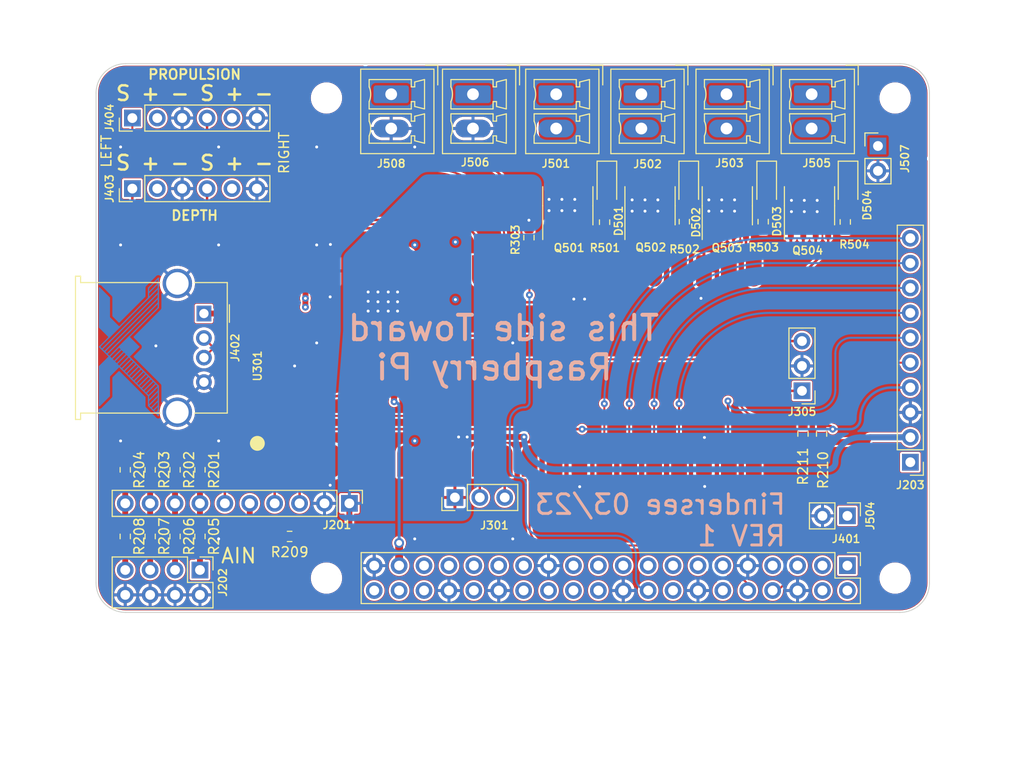
<source format=kicad_pcb>
(kicad_pcb (version 20211014) (generator pcbnew)
  (layers (0 "F.Cu" signal) (1 "In1.Cu" signal) (2 "In2.Cu" signal) (31 "B.Cu" signal) (34 "B.Paste" user) (35 "F.Paste" user) (36 "B.SilkS" user "B.Silkscreen") (37 "F.SilkS" user "F.Silkscreen") (38 "B.Mask" user) (39 "F.Mask" user) (44 "Edge.Cuts" user))
  (net 0 "")
  (net 1 "GND")
  (net 2 "VDD")
  (net 3 "/Sensors/SCL")
  (net 4 "/MCU/PWM_1")
  (net 5 "/MCU/PWM_2")
  (net 6 "Net-(J201-Pad5)")
  (net 7 "/MCU/ADS_RDY")
  (net 8 "/Sensors/A0")
  (net 9 "/Sensors/A1")
  (net 10 "/Sensors/A2")
  (net 11 "/Sensors/A3")
  (net 12 "/MCU/PWM_3")
  (net 13 "/MCU/PWM_4")
  (net 16 "/Sensors/SDA")
  (net 17 "/Connectors/RPI_TXD")
  (net 20 "/Connectors/RPI_RXD")
  (net 21 "/Connectors/RESET")
  (net 22 "/Connectors/DL")
  (net 23 "/Connectors/DR")
  (net 24 "/Connectors/PL")
  (net 25 "/Connectors/PR")
  (net 26 "/MCU/SWCLK")
  (net 27 "/MCU/SWDIO")
  (net 28 "/Connectors/BOOT_SEL")
  (net 30 "/MCU/GYRO_INT")
  (net 31 "/MCU/GYRO_RDY")
  (net 32 "/MCU/LSM_INT1")
  (net 33 "/MCU/LSM_INT2")
  (net 34 "/MCU/LSM_DRDY")
  (net 35 "Net-(J301-Pad2)")
  (net 36 "Net-(J301-Pad3)")
  (net 37 "VBUS")
  (net 40 "+5V")
  (net 65 "/Connectors/USB -")
  (net 66 "/Connectors/USB +")
  (net 70 "Net-(J202-Pad1)")
  (net 71 "Net-(J202-Pad3)")
  (net 72 "Net-(J202-Pad5)")
  (net 73 "Net-(J202-Pad7)")
  (net 74 "+VSW")
  (net 75 "Net-(D501-Pad1)")
  (net 76 "Net-(D502-Pad1)")
  (net 77 "Net-(D503-Pad1)")
  (net 78 "Net-(D504-Pad1)")
  (footprint "Resistor_SMD:R_0603_1608Metric" (layer "F.Cu") (at 119.366667 107.675 90)
    (fp_text reference "R501")
    (fp_text value "R_Small")
  )
  (footprint "Connector_PinHeader_2.54mm:PinHeader_1x10_P2.54mm_Vertical" (layer "F.Cu") (at 150.55 132.175 180)
    (fp_text reference "J203")
    (fp_text value "GYRO")
  )
  (footprint "Connector_Phoenix_MC:PhoenixContact_MCV_1,5_2-G-3.5_1x02_P3.50mm_Vertical" (layer "F.Cu") (at 123.11375 94.6175 -90)
    (fp_text reference "J502")
    (fp_text value "OUT2")
  )
  (footprint "Connector_PinHeader_2.54mm:PinHeader_2x20_P2.54mm_Vertical" (layer "F.Cu") (at 144.13 142.73 -90)
    (fp_text reference "J401")
    (fp_text value "RPI Header")
  )
  (footprint "Connector_USB:USB_A_Molex_67643_Horizontal" (layer "F.Cu") (at 78.5 117 -90)
    (fp_text reference "J402")
    (fp_text value "USB_A")
  )
  (footprint "Connector_PinHeader_2.54mm:PinHeader_1x06_P2.54mm_Vertical" (layer "F.Cu") (at 71.2 104.25 90)
    (fp_text reference "J403")
    (fp_text value "DEPTH")
  )
  (footprint "Resistor_SMD:R_0603_1608Metric" (layer "F.Cu") (at 141.5 129.29 -90)
    (fp_text reference "R210")
    (fp_text value "4k7")
  )
  (footprint "Package_SO:SOIC-8_3.9x4.9mm_P1.27mm" (layer "F.Cu") (at 124 106 90)
    (fp_text reference "Q502")
    (fp_text value "IRF7403")
  )
  (footprint "Diode_SMD:D_SOD-123" (layer "F.Cu") (at 135.9 103.7 -90)
    (fp_text reference "D503")
    (fp_text value "MBR0550")
  )
  (footprint "Diode_SMD:D_SOD-123" (layer "F.Cu") (at 127.95 103.7 -90)
    (fp_text reference "D502")
    (fp_text value "MBR0550")
  )
  (footprint "Package_SO:SOIC-8_3.9x4.9mm_P1.27mm" (layer "F.Cu") (at 115.616667 106 90)
    (fp_text reference "Q501")
    (fp_text value "IRF7403")
  )
  (footprint "Connector_PinHeader_2.54mm:PinHeader_1x02_P2.54mm_Vertical" (layer "F.Cu") (at 144.13 137.65 -90)
    (fp_text reference "J504")
    (fp_text value "5V IN")
  )
  (footprint "MountingHole:MountingHole_2.7mm_M2.5" (layer "F.Cu") (at 149 95)
    (fp_text reference "H402" hide)
    (fp_text value "MountingHole" hide)
  )
  (footprint "Resistor_SMD:R_0603_1608Metric" (layer "F.Cu") (at 111.65 109.25 -90)
    (fp_text reference "R303")
    (fp_text value "10k")
  )
  (footprint "MountingHole:MountingHole_2.7mm_M2.5" (layer "F.Cu") (at 91 144)
    (fp_text reference "H404" hide)
    (fp_text value "MountingHole" hide)
  )
  (footprint "Package_SO:SOIC-8_3.9x4.9mm_P1.27mm" (layer "F.Cu") (at 140.266667 106 90)
    (fp_text reference "Q504")
    (fp_text value "IRF7403")
  )
  (footprint "Resistor_SMD:R_0603_1608Metric" (layer "F.Cu") (at 70.475 132.95 -90)
    (fp_text reference "R204")
    (fp_text value "20k")
  )
  (footprint "Diode_SMD:D_SOD-123" (layer "F.Cu") (at 119.6 103.7 -90)
    (fp_text reference "D501")
    (fp_text value "MBR0550")
  )
  (footprint "Resistor_SMD:R_0603_1608Metric" (layer "F.Cu") (at 78.095 139.75 -90)
    (fp_text reference "R205")
    (fp_text value "10k")
  )
  (footprint "Connector_Phoenix_MC:PhoenixContact_MCV_1,5_2-G-3.5_1x02_P3.50mm_Vertical" (layer "F.Cu") (at 97.6 94.6175 -90)
    (fp_text reference "J508")
    (fp_text value "PWR OUT2")
  )
  (footprint "Resistor_SMD:R_0603_1608Metric" (layer "F.Cu") (at 75.555 139.75 -90)
    (fp_text reference "R206")
    (fp_text value "10k")
  )
  (footprint "Connector_Phoenix_MC:PhoenixContact_MCV_1,5_2-G-3.5_1x02_P3.50mm_Vertical" (layer "F.Cu") (at 131.799375 94.6175 -90)
    (fp_text reference "J503")
    (fp_text value "OUT3")
  )
  (footprint "Resistor_SMD:R_0603_1608Metric" (layer "F.Cu") (at 139.6 129.29 -90)
    (fp_text reference "R211")
    (fp_text value "4k7")
  )
  (footprint "Resistor_SMD:R_0603_1608Metric" (layer "F.Cu") (at 73.015 139.75 -90)
    (fp_text reference "R207")
    (fp_text value "10k")
  )
  (footprint "Resistor_SMD:R_0603_1608Metric" (layer "F.Cu") (at 78.095 132.95 -90)
    (fp_text reference "R201")
    (fp_text value "20k")
  )
  (footprint "Package_SO:SOIC-8_3.9x4.9mm_P1.27mm" (layer "F.Cu") (at 131.883333 106 90)
    (fp_text reference "Q503")
    (fp_text value "IRF7403")
  )
  (footprint "Resistor_SMD:R_0603_1608Metric" (layer "F.Cu") (at 87.24 139.75)
    (fp_text reference "R209")
    (fp_text value "4k7")
  )
  (footprint "Resistor_SMD:R_0603_1608Metric" (layer "F.Cu") (at 73.015 132.95 -90)
    (fp_text reference "R203")
    (fp_text value "20k")
  )
  (footprint "Connector_PinHeader_2.54mm:PinHeader_1x06_P2.54mm_Vertical" (layer "F.Cu") (at 71.2 97.05 90)
    (fp_text reference "J404")
    (fp_text value "PROPULSION")
  )
  (footprint "Connector_Phoenix_MC:PhoenixContact_MCV_1,5_2-G-3.5_1x02_P3.50mm_Vertical" (layer "F.Cu") (at 105.9425 94.6175 -90)
    (fp_text reference "J506")
    (fp_text value "PWR IN")
  )
  (footprint "Connector_PinHeader_2.54mm:PinHeader_2x04_P2.54mm_Vertical" (layer "F.Cu") (at 78.095 143.175 -90)
    (fp_text reference "J202")
    (fp_text value "ANALOG INPUT")
  )
  (footprint "Resistor_SMD:R_0603_1608Metric" (layer "F.Cu") (at 75.555 132.95 -90)
    (fp_text reference "R202")
    (fp_text value "20k")
  )
  (footprint "Diode_SMD:D_SOD-123" (layer "F.Cu") (at 144.2 103.7 -90)
    (fp_text reference "D504")
    (fp_text value "MBR0550")
  )
  (footprint "Connector_Phoenix_MC:PhoenixContact_MCV_1,5_2-G-3.5_1x02_P3.50mm_Vertical" (layer "F.Cu") (at 140.485 94.6175 -90)
    (fp_text reference "J505")
    (fp_text value "OUT4")
  )
  (footprint "MountingHole:MountingHole_2.7mm_M2.5" (layer "F.Cu") (at 91 95)
    (fp_text reference "H401" hide)
    (fp_text value "MountingHole" hide)
  )
  (footprint "Connector_PinHeader_2.54mm:PinHeader_1x03_P2.54mm_Vertical" (layer "F.Cu") (at 104.1 135.775 90)
    (fp_text reference "J301")
    (fp_text value "PWM_OUT")
  )
  (footprint "Resistor_SMD:R_0603_1608Metric" (layer "F.Cu") (at 127.5 107.625 90)
    (fp_text reference "R502")
    (fp_text value "R_Small")
  )
  (footprint "MountingHole:MountingHole_2.7mm_M2.5" (layer "F.Cu") (at 149 144)
    (fp_text reference "H403" hide)
    (fp_text value "MountingHole" hide)
  )
  (footprint "Connector_PinHeader_2.54mm:PinHeader_1x10_P2.54mm_Vertical" (layer "F.Cu") (at 93.335 136.375 -90)
    (fp_text reference "J201")
    (fp_text value "ADS1115")
  )
  (footprint "Connector_PinHeader_2.54mm:PinHeader_1x02_P2.54mm_Vertical" (layer "F.Cu") (at 147.25 99.9)
    (fp_text reference "J507")
    (fp_text value "PWR OUT")
  )
  (footprint "Resistor_SMD:R_0603_1608Metric" (layer "F.Cu") (at 143.916667 107.65 90)
    (fp_text reference "R504")
    (fp_text value "R_Small")
  )
  (footprint "Connector_Phoenix_MC:PhoenixContact_MCV_1,5_2-G-3.5_1x02_P3.50mm_Vertical" (layer "F.Cu") (at 114.428125 94.6175 -90)
    (fp_text reference "J501")
    (fp_text value "OUT1")
  )
  (footprint "Findersee_parts:RP_PICO" (layer "F.Cu") (at 110.45 122.35)
    (fp_text reference "U301")
    (fp_text value "Rpi_Pico")
  )
  (footprint "Connector_PinHeader_2.54mm:PinHeader_1x03_P2.54mm_Vertical" (layer "F.Cu") (at 139.5 124.89 180)
    (fp_text reference "J305")
    (fp_text value "SWD_EXT")
  )
  (footprint "Resistor_SMD:R_0603_1608Metric" (layer "F.Cu") (at 70.475 139.75 -90)
    (fp_text reference "R208")
    (fp_text value "10k")
  )
  (footprint "Resistor_SMD:R_0603_1608Metric" (layer "F.Cu") (at 135.541667 107.625 90)
    (fp_text reference "R503")
    (fp_text value "R_Small")
  )
  (footprint "Findersee_parts:Logo" (layer "B.Cu") (at 69.85 120.4 90)
    (fp_text reference "REF**" hide)
    (fp_text value "Logo")
  )
  (gr_line (start 67.5 94.5) (end 67.5 144.5) (layer "Edge.Cuts") (width 0.1))
  (gr_line (start 152.5 144.5) (end 152.499998 94.5) (layer "Edge.Cuts") (width 0.1))
  (gr_arc (start 70.5 147.5) (mid 68.37868 146.62132) (end 67.5 144.5) (layer "Edge.Cuts") (width 0.1))
  (gr_line (start 70.5 147.5) (end 149.5 147.5) (layer "Edge.Cuts") (width 0.1))
  (gr_arc (start 67.5 94.5) (mid 68.37868 92.37868) (end 70.5 91.5) (layer "Edge.Cuts") (width 0.1))
  (gr_arc (start 149.5 91.5) (mid 151.621319 92.37868) (end 152.499998 94.5) (layer "Edge.Cuts") (width 0.1))
  (gr_line (start 149.5 91.5) (end 70.5 91.5) (layer "Edge.Cuts") (width 0.1))
  (gr_arc (start 152.5 144.5) (mid 151.62132 146.62132) (end 149.5 147.5) (layer "Edge.Cuts") (width 0.1))
  (gr_text "Findersee 03/23\nREV 1" (at 138 138.1) (layer "B.SilkS") (effects (font (size 2 2) (thickness 0.3)) (justify left mirror)))
  (gr_text "This side Toward \nRaspberry Pi" (at 108.1 120.5) (layer "B.SilkS") (effects (font (size 2.5 2.5) (thickness 0.4)) (justify mirror)))
  (gr_text "LEFT" (at 68.55 100.425 90) (layer "F.SilkS") (effects (font (size 1 1))))
  (gr_text "RIGHT" (at 86.675 100.6 90) (layer "F.SilkS") (effects (font (size 1 1))))
  (gr_text "DEPTH" (at 77.55 107) (layer "F.SilkS") (effects (font (size 1 1) (thickness 0.2))))
  (gr_text "AIN" (at 82.05 141.725) (layer "F.SilkS") (effects (font (size 1.5 1.5) (thickness 0.2))))
  (gr_text "PROPULSION\n" (at 77.55 92.6) (layer "F.SilkS") (effects (font (size 1 1) (thickness 0.2))))
  (gr_text "S + - S + -" (at 77.55 94.525) (layer "F.SilkS") (effects (font (size 1.5 1.5) (thickness 0.25))))
  (gr_text "S + - S + -" (at 77.55 101.625) (layer "F.SilkS") (effects (font (size 1.5 1.5) (thickness 0.25))))
  (via (at 115.0125 106.5) (size 0.7) (drill 0.3) (layers "F.Cu" "B.Cu") (net 1))
  (via (at 110 120) (size 0.7) (drill 0.3) (layers "F.Cu" "B.Cu") (net 1))
  (via (at 80 130) (size 0.7) (drill 0.3) (layers "F.Cu" "B.Cu") (net 1))
  (via (at 116.225 115.525) (size 0.7) (drill 0.3) (layers "F.Cu" "B.Cu") (net 1))
  (via (at 139.7375 105.45) (size 0.7) (drill 0.3) (layers "F.Cu" "B.Cu") (net 1))
  (via (at 87.75 122.35) (size 0.7) (drill 0.3) (layers "F.Cu" "B.Cu") (net 1))
  (via (at 123.4875 105.4) (size 0.7) (drill 0.3) (layers "F.Cu" "B.Cu") (net 1))
  (via (at 124.8 106.55) (size 0.7) (drill 0.3) (layers "F.Cu" "B.Cu") (net 1))
  (via (at 138.425 105.45) (size 0.7) (drill 0.3) (layers "F.Cu" "B.Cu") (net 1))
  (via (at 73.6 120.3) (size 0.7) (drill 0.3) (layers "F.Cu" "B.Cu") (net 1))
  (via (at 123.4875 106.55) (size 0.7) (drill 0.3) (layers "F.Cu" "B.Cu") (net 1))
  (via (at 90 100) (size 0.7) (drill 0.3) (layers "F.Cu" "B.Cu") (net 1))
  (via (at 132.625 105.4) (size 0.7) (drill 0.3) (layers "F.Cu" "B.Cu") (net 1))
  (via (at 113.7 106.5) (size 0.7) (drill 0.3) (layers "F.Cu" "B.Cu") (net 1))
  (via (at 116.325 105.35) (size 0.7) (drill 0.3) (layers "F.Cu" "B.Cu") (net 1))
  (via (at 129.575 134.65) (size 0.7) (drill 0.3) (layers "F.Cu" "B.Cu") (net 1))
  (via (at 100 130) (size 0.7) (drill 0.3) (layers "F.Cu" "B.Cu") (net 1))
  (via (at 100 100) (size 0.7) (drill 0.3) (layers "F.Cu" "B.Cu") (net 1))
  (via (at 139.7375 106.6) (size 0.7) (drill 0.3) (layers "F.Cu" "B.Cu") (net 1))
  (via (at 115.0125 105.35) (size 0.7) (drill 0.3) (layers "F.Cu" "B.Cu") (net 1))
  (via (at 100 140) (size 0.7) (drill 0.3) (layers "F.Cu" "B.Cu") (net 1))
  (via (at 91.375 115.3) (size 0.7) (drill 0.3) (layers "F.Cu" "B.Cu") (net 1))
  (via (at 122.175 106.55) (size 0.7) (drill 0.3) (layers "F.Cu" "B.Cu") (net 1))
  (via (at 132.625 106.55) (size 0.7) (drill 0.3) (layers "F.Cu" "B.Cu") (net 1))
  (via (at 130 106.55) (size 0.7) (drill 0.3) (layers "F.Cu" "B.Cu") (net 1))
  (via (at 141.05 105.45) (size 0.7) (drill 0.3) (layers "F.Cu" "B.Cu") (net 1))
  (via (at 91.375 134.525) (size 0.7) (drill 0.3) (layers "F.Cu" "B.Cu") (net 1))
  (via (at 129.55 129.65) (size 0.7) (drill 0.3) (layers "F.Cu" "B.Cu") (net 1))
  (via (at 91.4 109.95) (size 0.7) (drill 0.3) (layers "F.Cu" "B.Cu") (net 1))
  (via (at 117.325 115.525) (size 0.7) (drill 0.3) (layers "F.Cu" "B.Cu") (net 1))
  (via (at 110 140) (size 0.7) (drill 0.3) (layers "F.Cu" "B.Cu") (net 1))
  (via (at 130 105.4) (size 0.7) (drill 0.3) (layers "F.Cu" "B.Cu") (net 1))
  (via (at 116.325 106.5) (size 0.7) (drill 0.3) (layers "F.Cu" "B.Cu") (net 1))
  (via (at 70 130) (size 0.7) (drill 0.3) (layers "F.Cu" "B.Cu") (net 1))
  (via (at 90 120) (size 0.7) (drill 0.3) (layers "F.Cu" "B.Cu") (net 1))
  (via (at 104.15 109.7) (size 0.7) (drill 0.3) (layers "F.Cu" "B.Cu") (net 1))
  (via (at 122.175 105.4) (size 0.7) (drill 0.3) (layers "F.Cu" "B.Cu") (net 1))
  (via (at 124.8 105.4) (size 0.7) (drill 0.3) (layers "F.Cu" "B.Cu") (net 1))
  (via (at 100 110) (size 0.7) (drill 0.3) (layers "F.Cu" "B.Cu") (net 1))
  (via (at 141.05 106.6) (size 0.7) (drill 0.3) (layers "F.Cu" "B.Cu") (net 1))
  (via (at 131.3125 105.4) (size 0.7) (drill 0.3) (layers "F.Cu" "B.Cu") (net 1))
  (via (at 113.7 105.35) (size 0.7) (drill 0.3) (layers "F.Cu" "B.Cu") (net 1))
  (via (at 138.425 106.6) (size 0.7) (drill 0.3) (layers "F.Cu" "B.Cu") (net 1))
  (via (at 129.2 115.45) (size 0.7) (drill 0.3) (layers "F.Cu" "B.Cu") (net 1))
  (via (at 80 110) (size 0.7) (drill 0.3) (layers "F.Cu" "B.Cu") (net 1))
  (via (at 90 110) (size 0.7) (drill 0.3) (layers "F.Cu" "B.Cu") (net 1))
  (via (at 116.825 134.675) (size 0.7) (drill 0.3) (layers "F.Cu" "B.Cu") (net 1))
  (via (at 80 140) (size 0.7) (drill 0.3) (layers "F.Cu" "B.Cu") (net 1))
  (via (at 80 100) (size 0.7) (drill 0.3) (layers "F.Cu" "B.Cu") (net 1))
  (via (at 70 110) (size 0.7) (drill 0.3) (layers "F.Cu" "B.Cu") (net 1))
  (via (at 104.15 115.575) (size 0.7) (drill 0.3) (layers "F.Cu" "B.Cu") (net 1))
  (via (at 70 100) (size 0.7) (drill 0.3) (layers "F.Cu" "B.Cu") (net 1))
  (via (at 131.3125 106.55) (size 0.7) (drill 0.3) (layers "F.Cu" "B.Cu") (net 1))
  (segment (start 146.465 129.635) (end 150.55 129.635) (width 0.6) (layer "F.Cu") (net 2))
  (segment (start 88.065 139.75) (end 92.15 139.75) (width 0.6) (layer "F.Cu") (net 2))
  (segment (start 111.65 108.425) (end 111.65 107.475) (width 0.6) (layer "F.Cu") (net 2))
  (segment (start 93.335 138.565) (end 93.335 136.575) (width 0.6) (layer "F.Cu") (net 2))
  (segment (start 105.35 129.6) (end 104.475 129.6) (width 0.6) (layer "F.Cu") (net 2))
  (segment (start 111.15 129.6) (end 105.35 129.6) (width 0.6) (layer "F.Cu") (net 2))
  (segment (start 141.5 130.115) (end 145.985 130.115) (width 0.6) (layer "F.Cu") (net 2))
  (segment (start 139.6 130.115) (end 141.5 130.115) (width 0.6) (layer "F.Cu") (net 2))
  (via (at 97.3 115.8) (size 0.7) (drill 0.3) (layers "F.Cu" "B.Cu") (net 2))
  (via (at 111.65 107.475) (size 0.7) (drill 0.3) (layers "F.Cu" "B.Cu") (net 2))
  (via (at 96.25 114.8) (size 0.7) (drill 0.3) (layers "F.Cu" "B.Cu") (net 2))
  (via (at 96.25 116.75) (size 0.7) (drill 0.3) (layers "F.Cu" "B.Cu") (net 2))
  (via (at 98.25 116.75) (size 0.7) (drill 0.3) (layers "F.Cu" "B.Cu") (net 2))
  (via (at 98.25 114.8) (size 0.7) (drill 0.3) (layers "F.Cu" "B.Cu") (net 2))
  (via (at 97.3 116.75) (size 0.7) (drill 0.3) (layers "F.Cu" "B.Cu") (net 2))
  (via (at 95.25 115.75) (size 0.7) (drill 0.3) (layers "F.Cu" "B.Cu") (net 2))
  (via (at 96.25 115.8) (size 0.7) (drill 0.3) (layers "F.Cu" "B.Cu") (net 2))
  (via (at 104.475 129.6) (size 0.7) (drill 0.3) (layers "F.Cu" "B.Cu") (net 2))
  (via (at 105.35 129.6) (size 0.7) (drill 0.3) (layers "F.Cu" "B.Cu") (net 2))
  (via (at 95.25 116.75) (size 0.7) (drill 0.3) (layers "F.Cu" "B.Cu") (net 2))
  (via (at 98.25 115.8) (size 0.7) (drill 0.3) (layers "F.Cu" "B.Cu") (net 2))
  (via (at 97.3 114.8) (size 0.7) (drill 0.3) (layers "F.Cu" "B.Cu") (net 2))
  (via (at 95.25 114.8) (size 0.7) (drill 0.3) (layers "F.Cu" "B.Cu") (net 2))
  (via (at 111.15 129.6) (size 0.7) (drill 0.3) (layers "F.Cu" "B.Cu") (net 2))
  (arc (start 146.225 129.875) (mid 146.295294 129.705294) (end 146.465 129.635) (width 0.6) (layer "F.Cu") (net 2))
  (arc (start 92.15 139.75) (mid 92.987922 139.402922) (end 93.335 138.565) (width 0.6) (layer "F.Cu") (net 2))
  (arc (start 145.985 130.115) (mid 146.154706 130.044706) (end 146.225 129.875) (width 0.6) (layer "F.Cu") (net 2))
  (segment (start 114.45 132.9) (end 142.17 132.9) (width 0.6) (layer "B.Cu") (net 2))
  (segment (start 150.55 129.635) (end 145.435 129.635) (width 0.6) (layer "B.Cu") (net 2))
  (arc (start 114.45 132.9) (mid 112.116548 131.933452) (end 111.15 129.6) (width 0.6) (layer "B.Cu") (net 2))
  (arc (start 142.92 132.15) (mid 142.70033 132.68033) (end 142.17 132.9) (width 0.6) (layer "B.Cu") (net 2))
  (arc (start 145.435 129.635) (mid 143.656626 130.371626) (end 142.92 132.15) (width 0.6) (layer "B.Cu") (net 2))
  (segment (start 142.295 128.465) (end 141.5 128.465) (width 0.25) (layer "F.Cu") (net 3))
  (segment (start 88.86 132.05) (end 88.86 129.84) (width 0.25) (layer "F.Cu") (net 3))
  (segment (start 88.26 134.99) (end 88.86 134.39) (width 0.25) (layer "F.Cu") (net 3))
  (segment (start 89.9 128.8) (end 117.075 128.8) (width 0.25) (layer "F.Cu") (net 3))
  (segment (start 88.86 134.39) (end 88.86 132.05) (width 0.25) (layer "F.Cu") (net 3))
  (segment (start 88.26 136.6) (end 88.26 134.99) (width 0.25) (layer "F.Cu") (net 3))
  (via (at 117.075 128.8) (size 0.7) (drill 0.3) (layers "F.Cu" "B.Cu") (net 3))
  (via (at 142.63 128.8) (size 0.7) (drill 0.3) (layers "F.Cu" "B.Cu") (net 3))
  (arc (start 88.86 129.84) (mid 89.164609 129.104609) (end 89.9 128.8) (width 0.25) (layer "F.Cu") (net 3))
  (arc (start 142.63 128.8) (mid 142.531881 128.563119) (end 142.295 128.465) (width 0.25) (layer "F.Cu") (net 3))
  (segment (start 144.4 128.8) (end 142.63 128.8) (width 0.25) (layer "B.Cu") (net 3))
  (segment (start 117.075 128.8) (end 142.63 128.8) (width 0.25) (layer "B.Cu") (net 3))
  (segment (start 150.55 124.555) (end 148.645 124.555) (width 0.25) (layer "B.Cu") (net 3))
  (arc (start 145.45 127.75) (mid 145.142462 128.492462) (end 144.4 128.8) (width 0.25) (layer "B.Cu") (net 3))
  (arc (start 148.645 124.555) (mid 146.385794 125.490794) (end 145.45 127.75) (width 0.25) (layer "B.Cu") (net 3))
  (segment (start 124.42 112.65) (end 124.42 110.82) (width 0.25) (layer "F.Cu") (net 4))
  (segment (start 119.366667 109.566667) (end 119.366667 108.5) (width 0.25) (layer "F.Cu") (net 4))
  (segment (start 119.366667 108.5) (end 117.546667 108.5) (width 0.25) (layer "F.Cu") (net 4))
  (segment (start 123.9 110.3) (end 120.1 110.3) (width 0.25) (layer "F.Cu") (net 4))
  (segment (start 124.42 110.82) (end 123.9 110.3) (width 0.25) (layer "F.Cu") (net 4))
  (segment (start 120.1 110.3) (end 119.366667 109.566667) (width 0.25) (layer "F.Cu") (net 4))
  (segment (start 117.546667 108.5) (end 117.521667 108.475) (width 0.25) (layer "F.Cu") (net 4))
  (segment (start 125.93 108.45) (end 125.905 108.475) (width 0.25) (layer "F.Cu") (net 5))
  (segment (start 127.716667 108.45) (end 125.93 108.45) (width 0.25) (layer "F.Cu") (net 5))
  (segment (start 126.96 110.473334) (end 127.716667 109.716667) (width 0.25) (layer "F.Cu") (net 5))
  (segment (start 126.96 112.65) (end 126.96 110.473334) (width 0.25) (layer "F.Cu") (net 5))
  (segment (start 127.716667 108.45) (end 127.716667 109.716667) (width 0.25) (layer "F.Cu") (net 5))
  (segment (start 83.175 138.225) (end 83.175 136.575) (width 0.25) (layer "F.Cu") (net 6))
  (segment (start 86.415 139.75) (end 84.7 139.75) (width 0.6) (layer "F.Cu") (net 6))
  (segment (start 83.175 138.225) (end 83.175 136.375) (width 0.6) (layer "F.Cu") (net 6))
  (segment (start 86.73 139.75) (end 84.7 139.75) (width 0.25) (layer "F.Cu") (net 6))
  (arc (start 84.7 139.75) (mid 83.621662 139.303338) (end 83.175 138.225) (width 0.6) (layer "F.Cu") (net 6))
  (segment (start 89.19 125.45) (end 91.71 125.45) (width 0.25) (layer "F.Cu") (net 7))
  (segment (start 97.89 119.27) (end 115.62 119.27) (width 0.25) (layer "F.Cu") (net 7))
  (segment (start 80.635 136.575) (end 80.635 134.005) (width 0.25) (layer "F.Cu") (net 7))
  (segment (start 119.34 115.55) (end 119.34 112.65) (width 0.25) (layer "F.Cu") (net 7))
  (arc (start 115.62 119.27) (mid 118.250437 118.180437) (end 119.34 115.55) (width 0.25) (layer "F.Cu") (net 7))
  (arc (start 80.635 134.005) (mid 83.140701 127.955701) (end 89.19 125.45) (width 0.25) (layer "F.Cu") (net 7))
  (arc (start 91.71 125.45) (mid 93.463625 124.723625) (end 94.19 122.97) (width 0.25) (layer "F.Cu") (net 7))
  (arc (start 94.19 122.97) (mid 95.273705 120.353705) (end 97.89 119.27) (width 0.25) (layer "F.Cu") (net 7))
  (segment (start 78.095 136.375) (end 78.095 138.925) (width 0.6) (layer "F.Cu") (net 8))
  (segment (start 78.095 133.96) (end 78.095 136.375) (width 0.6) (layer "F.Cu") (net 8))
  (segment (start 75.555 133.96) (end 75.555 136.375) (width 0.6) (layer "F.Cu") (net 9))
  (segment (start 75.555 136.375) (end 75.555 138.925) (width 0.6) (layer "F.Cu") (net 9))
  (segment (start 73.015 136.375) (end 73.015 133.96) (width 0.6) (layer "F.Cu") (net 10))
  (segment (start 73.015 138.925) (end 73.015 136.375) (width 0.6) (layer "F.Cu") (net 10))
  (segment (start 70.475 136.375) (end 70.475 133.96) (width 0.6) (layer "F.Cu") (net 11))
  (segment (start 70.475 138.925) (end 70.475 136.375) (width 0.6) (layer "F.Cu") (net 11))
  (segment (start 133.788333 109.911667) (end 133.788333 108.475) (width 0.25) (layer "F.Cu") (net 12))
  (segment (start 133.5 110.2) (end 133.788333 109.911667) (width 0.25) (layer "F.Cu") (net 12))
  (segment (start 135.541667 108.45) (end 133.813333 108.45) (width 0.25) (layer "F.Cu") (net 12))
  (segment (start 132.04 112.65) (end 132.04 110.76) (width 0.25) (layer "F.Cu") (net 12))
  (segment (start 132.6 110.2) (end 133.5 110.2) (width 0.25) (layer "F.Cu") (net 12))
  (segment (start 132.04 110.76) (end 132.6 110.2) (width 0.25) (layer "F.Cu") (net 12))
  (segment (start 133.813333 108.45) (end 133.788333 108.475) (width 0.25) (layer "F.Cu") (net 12))
  (segment (start 134.58 112.65) (end 139.9 112.65) (width 0.25) (layer "F.Cu") (net 13))
  (segment (start 142.171667 110.378333) (end 142.171667 108.475) (width 0.25) (layer "F.Cu") (net 13))
  (segment (start 142.171667 108.475) (end 143.916667 108.475) (width 0.25) (layer "F.Cu") (net 13))
  (segment (start 139.9 112.65) (end 142.171667 110.378333) (width 0.25) (layer "F.Cu") (net 13))
  (segment (start 86.32 134.33) (end 86.32 129.03) (width 0.25) (layer "F.Cu") (net 16))
  (segment (start 129.4 121.675) (end 105.525 121.675) (width 0.2) (layer "F.Cu") (net 16))
  (segment (start 150.55 122.015) (end 147.51 122.015) (width 0.2) (layer "F.Cu") (net 16))
  (segment (start 101.6 127.45) (end 87.9 127.45) (width 0.2) (layer "F.Cu") (net 16))
  (segment (start 139.655 127.575) (end 139.655 128.725) (width 0.2) (layer "F.Cu") (net 16))
  (segment (start 85.72 136.6) (end 85.72 134.93) (width 0.25) (layer "F.Cu") (net 16))
  (segment (start 102.45 124.75) (end 102.45 126.6) (width 0.2) (layer "F.Cu") (net 16))
  (segment (start 141.95 127.575) (end 139.655 127.575) (width 0.2) (layer "F.Cu") (net 16))
  (segment (start 139.655 127.575) (end 135.3 127.575) (width 0.2) (layer "F.Cu") (net 16))
  (segment (start 85.72 134.93) (end 86.32 134.33) (width 0.25) (layer "F.Cu") (net 16))
  (arc (start 132.95 125.225) (mid 131.910229 122.714771) (end 129.4 121.675) (width 0.2) (layer "F.Cu") (net 16))
  (arc (start 135.3 127.575) (mid 133.638299 126.886701) (end 132.95 125.225) (width 0.2) (layer "F.Cu") (net 16))
  (arc (start 105.525 121.675) (mid 103.350647 122.575647) (end 102.45 124.75) (width 0.2) (layer "F.Cu") (net 16))
  (arc (start 144.375 125.15) (mid 143.664734 126.864734) (end 141.95 127.575) (width 0.2) (layer "F.Cu") (net 16))
  (arc (start 87.9 127.45) (mid 86.782771 127.912771) (end 86.32 129.03) (width 0.2) (layer "F.Cu") (net 16))
  (arc (start 147.51 122.015) (mid 145.29322 122.93322) (end 144.375 125.15) (width 0.2) (layer "F.Cu") (net 16))
  (arc (start 102.45 126.6) (mid 102.201041 127.201041) (end 101.6 127.45) (width 0.2) (layer "F.Cu") (net 16))
  (segment (start 114.26 132.05) (end 114.26 135.785) (width 0.2) (layer "F.Cu") (net 17))
  (segment (start 116.275 137.8) (end 135.65 137.8) (width 0.2) (layer "F.Cu") (net 17))
  (segment (start 137.8 139.95) (end 137.8 143.98) (width 0.2) (layer "F.Cu") (net 17))
  (arc (start 135.65 137.8) (mid 137.17028 138.42972) (end 137.8 139.95) (width 0.2) (layer "F.Cu") (net 17))
  (arc (start 137.8 143.98) (mid 137.422168 144.892168) (end 136.51 145.27) (width 0.2) (layer "F.Cu") (net 17))
  (arc (start 114.26 135.785) (mid 114.85018 137.20982) (end 116.275 137.8) (width 0.2) (layer "F.Cu") (net 17))
  (segment (start 130.125 143.025) (end 130.125 142.325) (width 0.2) (layer "F.Cu") (net 20))
  (segment (start 111.72 138.82) (end 111.72 132.05) (width 0.2) (layer "F.Cu") (net 20))
  (segment (start 128.475 140.675) (end 113.575 140.675) (width 0.2) (layer "F.Cu") (net 20))
  (segment (start 133.1 144.075) (end 131.175 144.075) (width 0.2) (layer "F.Cu") (net 20))
  (segment (start 133.97 145.27) (end 133.97 144.945) (width 0.2) (layer "F.Cu") (net 20))
  (arc (start 133.97 144.945) (mid 133.715183 144.329817) (end 133.1 144.075) (width 0.2) (layer "F.Cu") (net 20))
  (arc (start 130.125 142.325) (mid 129.641726 141.158274) (end 128.475 140.675) (width 0.2) (layer "F.Cu") (net 20))
  (arc (start 113.575 140.675) (mid 112.263317 140.131683) (end 111.72 138.82) (width 0.2) (layer "F.Cu") (net 20))
  (arc (start 131.175 144.075) (mid 130.432538 143.767462) (end 130.125 143.025) (width 0.2) (layer "F.Cu") (net 20))
  (segment (start 111.7 115.1) (end 111.7 112.67) (width 0.2) (layer "F.Cu") (net 21))
  (segment (start 111.666667 112.596667) (end 111.72 112.65) (width 0.2) (layer "F.Cu") (net 21))
  (segment (start 111.65 110.075) (end 111.65 112.58) (width 0.25) (layer "F.Cu") (net 21))
  (via (at 111.7 115.1) (size 0.7) (drill 0.3) (layers "F.Cu" "B.Cu") (net 21))
  (arc (start 111.65 112.58) (mid 111.670503 112.629497) (end 111.72 112.65) (width 0.25) (layer "F.Cu") (net 21))
  (arc (start 111.7 112.67) (mid 111.705858 112.655858) (end 111.72 112.65) (width 0.2) (layer "F.Cu") (net 21))
  (segment (start 109.7 132.875) (end 109.7 128.05) (width 0.2) (layer "B.Cu") (net 21))
  (segment (start 111.7 115.1) (end 111.7 126.05) (width 0.2) (layer "B.Cu") (net 21))
  (segment (start 122.575 144.035) (end 122.575 141.775) (width 0.2) (layer "B.Cu") (net 21))
  (segment (start 120.475 139.675) (end 112.925 139.675) (width 0.2) (layer "B.Cu") (net 21))
  (segment (start 111.325 138.075) (end 111.325 134.5) (width 0.2) (layer "B.Cu") (net 21))
  (arc (start 111.325 134.5) (mid 111.10533 133.96967) (end 110.575 133.75) (width 0.2) (layer "B.Cu") (net 21))
  (arc (start 110.575 133.75) (mid 109.956282 133.493718) (end 109.7 132.875) (width 0.2) (layer "B.Cu") (net 21))
  (arc (start 112.925 139.675) (mid 111.793629 139.206371) (end 111.325 138.075) (width 0.2) (layer "B.Cu") (net 21))
  (arc (start 123.81 145.27) (mid 122.936723 144.908277) (end 122.575 144.035) (width 0.2) (layer "B.Cu") (net 21))
  (arc (start 111.175 126.575) (mid 110.132017 127.007017) (end 109.7 128.05) (width 0.2) (layer "B.Cu") (net 21))
  (arc (start 111.7 126.05) (mid 111.546231 126.421231) (end 111.175 126.575) (width 0.2) (layer "B.Cu") (net 21))
  (arc (start 122.575 141.775) (mid 121.959924 140.290076) (end 120.475 139.675) (width 0.2) (layer "B.Cu") (net 21))
  (segment (start 100.7 108.3) (end 73.75 108.3) (width 0.25) (layer "F.Cu") (net 22))
  (segment (start 101.56 109.16) (end 101.56 112.65) (width 0.25) (layer "F.Cu") (net 22))
  (segment (start 71.2 105.75) (end 71.2 104.25) (width 0.25) (layer "F.Cu") (net 22))
  (arc (start 101.56 109.16) (mid 101.308112 108.551888) (end 100.7 108.3) (width 0.25) (layer "F.Cu") (net 22))
  (arc (start 73.75 108.3) (mid 71.946878 107.553122) (end 71.2 105.75) (width 0.25) (layer "F.Cu") (net 22))
  (segment (start 78.82 104.25) (end 78.82 105.72) (width 0.25) (layer "F.Cu") (net 23))
  (segment (start 80.55 107.45) (end 103.34 107.45) (width 0.25) (layer "F.Cu") (net 23))
  (segment (start 106.64 112.65) (end 106.64 110.75) (width 0.2) (layer "F.Cu") (net 23))
  (arc (start 78.82 105.72) (mid 79.326705 106.943295) (end 80.55 107.45) (width 0.25) (layer "F.Cu") (net 23))
  (arc (start 103.34 107.45) (mid 105.673452 108.416548) (end 106.64 110.75) (width 0.25) (layer "F.Cu") (net 23))
  (segment (start 72.2 102.2) (end 101.6 102.2) (width 0.2) (layer "F.Cu") (net 24))
  (segment (start 109.18 109.78) (end 109.18 112.65) (width 0.25) (layer "F.Cu") (net 24))
  (segment (start 71.2 97.05) (end 71.2 101.2) (width 0.2) (layer "F.Cu") (net 24))
  (arc (start 101.6 102.2) (mid 106.959869 104.420131) (end 109.18 109.78) (width 0.2) (layer "F.Cu") (net 24))
  (arc (start 71.2 101.2) (mid 71.492893 101.907107) (end 72.2 102.2) (width 0.2) (layer "F.Cu") (net 24))
  (segment (start 78.82 99.745) (end 78.82 97.05) (width 0.25) (layer "F.Cu") (net 25))
  (segment (start 104.55 101.1) (end 80.175 101.1) (width 0.25) (layer "F.Cu") (net 25))
  (segment (start 110.45 115.35) (end 110.45 107) (width 0.25) (layer "F.Cu") (net 25))
  (segment (start 114.26 112.65) (end 114.26 115.09) (width 0.25) (layer "F.Cu") (net 25))
  (segment (start 113.5 115.85) (end 110.95 115.85) (width 0.25) (layer "F.Cu") (net 25))
  (arc (start 110.45 107) (mid 108.72193 102.82807) (end 104.55 101.1) (width 0.25) (layer "F.Cu") (net 25))
  (arc (start 80.175 101.1) (mid 79.21687 100.70313) (end 78.82 99.745) (width 0.25) (layer "F.Cu") (net 25))
  (arc (start 110.95 115.85) (mid 110.596447 115.703553) (end 110.45 115.35) (width 0.25) (layer "F.Cu") (net 25))
  (arc (start 114.26 115.09) (mid 114.037401 115.627401) (end 113.5 115.85) (width 0.25) (layer "F.Cu") (net 25))
  (segment (start 135.12 124.89) (end 139.5 124.89) (width 0.25) (layer "F.Cu") (net 26))
  (segment (start 135.12 119.81) (end 139.5 119.81) (width 0.25) (layer "F.Cu") (net 27))
  (segment (start 98.41 142.73) (end 98.41 140.415) (width 0.8) (layer "F.Cu") (net 28))
  (segment (start 97.89 124.85) (end 97.89 125.99) (width 0.6) (layer "F.Cu") (net 28))
  (via (at 98.41 140.415) (size 1) (drill 0.6) (layers "F.Cu" "B.Cu") (net 28))
  (via (at 97.9 126) (size 0.7) (drill 0.3) (layers "F.Cu" "B.Cu") (net 28))
  (arc (start 97.89 125.99) (mid 97.892929 125.997071) (end 97.9 126) (width 0.6) (layer "F.Cu") (net 28))
  (segment (start 98.41 126.51) (end 98.41 140.415) (width 0.3) (layer "B.Cu") (net 28))
  (arc (start 97.9 126) (mid 98.260624 126.149376) (end 98.41 126.51) (width 0.3) (layer "B.Cu") (net 28))
  (segment (start 131.95 131.96) (end 131.95 125.925) (width 0.25) (layer "F.Cu") (net 30))
  (via (at 131.95 125.925) (size 0.7) (drill 0.3) (layers "F.Cu" "B.Cu") (net 30))
  (arc (start 132.04 132.05) (mid 131.97636 132.02364) (end 131.95 131.96) (width 0.25) (layer "F.Cu") (net 30))
  (segment (start 142.9 121.1) (end 142.9 124.8) (width 0.2) (layer "B.Cu") (net 30))
  (segment (start 150.55 119.475) (end 144.525 119.475) (width 0.2) (layer "B.Cu") (net 30))
  (segment (start 140.85 126.85) (end 132.875 126.85) (width 0.2) (layer "B.Cu") (net 30))
  (arc (start 144.525 119.475) (mid 143.375951 119.950951) (end 142.9 121.1) (width 0.2) (layer "B.Cu") (net 30))
  (arc (start 142.9 124.8) (mid 142.299569 126.249569) (end 140.85 126.85) (width 0.2) (layer "B.Cu") (net 30))
  (arc (start 132.875 126.85) (mid 132.220926 126.579074) (end 131.95 125.925) (width 0.2) (layer "B.Cu") (net 30))
  (segment (start 126.96 126.2) (end 126.96 132.05) (width 0.2) (layer "F.Cu") (net 31))
  (via (at 126.96 126.2) (size 0.7) (drill 0.3) (layers "F.Cu" "B.Cu") (net 31))
  (segment (start 150.55 116.935) (end 136.225 116.935) (width 0.2) (layer "B.Cu") (net 31))
  (arc (start 136.225 116.935) (mid 129.673656 119.648656) (end 126.96 126.2) (width 0.2) (layer "B.Cu") (net 31))
  (segment (start 124.42 126.2) (end 124.42 132.05) (width 0.2) (layer "F.Cu") (net 32))
  (via (at 124.42 126.2) (size 0.7) (drill 0.3) (layers "F.Cu" "B.Cu") (net 32))
  (segment (start 150.55 114.395) (end 136.225 114.395) (width 0.2) (layer "B.Cu") (net 32))
  (arc (start 136.225 114.395) (mid 127.877604 117.852604) (end 124.42 126.2) (width 0.2) (layer "B.Cu") (net 32))
  (segment (start 121.88 126.2) (end 121.88 132.05) (width 0.2) (layer "F.Cu") (net 33))
  (via (at 121.88 126.2) (size 0.7) (drill 0.3) (layers "F.Cu" "B.Cu") (net 33))
  (segment (start 150.55 111.855) (end 136.225 111.855) (width 0.2) (layer "B.Cu") (net 33))
  (arc (start 136.225 111.855) (mid 126.081553 116.056553) (end 121.88 126.2) (width 0.2) (layer "B.Cu") (net 33))
  (segment (start 119.34 126.2) (end 119.34 132.05) (width 0.2) (layer "F.Cu") (net 34))
  (via (at 119.34 126.2) (size 0.7) (drill 0.3) (layers "F.Cu" "B.Cu") (net 34))
  (segment (start 150.55 109.315) (end 136.225 109.315) (width 0.2) (layer "B.Cu") (net 34))
  (arc (start 136.225 109.315) (mid 124.285502 114.260502) (end 119.34 126.2) (width 0.2) (layer "B.Cu") (net 34))
  (segment (start 106.64 135.775) (end 106.64 132.05) (width 0.25) (layer "F.Cu") (net 35))
  (segment (start 109.18 135.775) (end 109.18 132.05) (width 0.25) (layer "F.Cu") (net 36))
  (segment (start 84.07 117) (end 78.5 117) (width 0.6) (layer "F.Cu") (net 37))
  (segment (start 86.32 114.75) (end 86.32 112.65) (width 0.6) (layer "F.Cu") (net 37))
  (arc (start 86.32 114.75) (mid 85.66099 116.34099) (end 84.07 117) (width 0.6) (layer "F.Cu") (net 37))
  (segment (start 88.86 115.44) (end 88.85 115.45) (width 0.6) (layer "F.Cu") (net 40))
  (segment (start 88.86 112.65) (end 88.86 115.44) (width 0.6) (layer "F.Cu") (net 40))
  (segment (start 88.85 116.35) (end 88.85 115.45) (width 0.6) (layer "F.Cu") (net 40))
  (via (at 88.85 116.35) (size 0.7) (drill 0.3) (layers "F.Cu" "B.Cu") (net 40))
  (via (at 88.85 115.45) (size 0.7) (drill 0.3) (layers "F.Cu" "B.Cu") (net 40))
  (segment (start 78.5 119.5) (end 79.3365 120.3365) (width 0.2) (layer "F.Cu") (net 65))
  (segment (start 79.3365 120.3365) (end 81.187724 120.3365) (width 0.2) (layer "F.Cu") (net 65))
  (segment (start 81.187724 120.3365) (end 83.037724 122.1865) (width 0.2) (layer "F.Cu") (net 65))
  (segment (start 85.2535 122.1865) (end 86.09 121.35) (width 0.2) (layer "F.Cu") (net 65))
  (segment (start 83.037724 122.1865) (end 85.2535 122.1865) (width 0.2) (layer "F.Cu") (net 65))
  (segment (start 79.3365 120.6635) (end 81.052276 120.6635) (width 0.2) (layer "F.Cu") (net 66))
  (segment (start 81.052276 120.6635) (end 82.902276 122.5135) (width 0.2) (layer "F.Cu") (net 66))
  (segment (start 82.902276 122.5135) (end 85.2535 122.5135) (width 0.2) (layer "F.Cu") (net 66))
  (segment (start 78.5 121.5) (end 79.3365 120.6635) (width 0.2) (layer "F.Cu") (net 66))
  (segment (start 85.2535 122.5135) (end 86.09 123.35) (width 0.2) (layer "F.Cu") (net 66))
  (segment (start 78.095 140.575) (end 78.095 143.175) (width 0.6) (layer "F.Cu") (net 70))
  (segment (start 75.555 140.575) (end 75.555 143.175) (width 0.6) (layer "F.Cu") (net 71))
  (segment (start 73.015 140.575) (end 73.015 143.175) (width 0.6) (layer "F.Cu") (net 72))
  (segment (start 70.475 140.575) (end 70.475 143.175) (width 0.6) (layer "F.Cu") (net 73))
  (zone (net 1) (net_name "GND") (layer "F.Cu") (connect_pads (clearance 0.2)) (min_thickness 0.1) (fill yes (thermal_gap 0.3) (thermal_bridge_width 0.3) (smoothing fillet) (radius 1))
    (polygon (pts (xy 159.65 151.55) (xy 61.8 151.55) (xy 61.8 87.05) (xy 159.65 87.05)))
  )
  (zone (net 74) (net_name "+VSW") (layer "F.Cu") (priority 1) (connect_pads yes (clearance 0.2)) (min_thickness 0.254) (fill yes (thermal_gap 0.508) (thermal_bridge_width 0.508) (smoothing fillet) (radius 1))
    (polygon (pts (xy 153.4 101.4) (xy 145.7 101.4) (xy 145.7 99.5) (xy 142.9 96.7) (xy 142.9 96.1) (xy 94.65 96.1) (xy 94.65 91.6) (xy 142.9 91.6) (xy 142.9 90.3) (xy 153.4 90.3)))
  )
  (zone (net 77) (net_name "Net-(D503-Pad1)") (layer "F.Cu") (priority 2) (connect_pads yes (clearance 0.2)) (min_thickness 0.254) (fill yes (thermal_gap 0.508) (thermal_bridge_width 0.508) (smoothing fillet) (radius 1))
    (polygon (pts (xy 136.5 97.4) (xy 136.5 104.7) (xy 128.65 104.7) (xy 128.65 96.55) (xy 134.55 96.55)))
  )
  (zone (net 75) (net_name "Net-(D501-Pad1)") (layer "F.Cu") (priority 2) (connect_pads yes (clearance 0.2)) (min_thickness 0.254) (fill yes (thermal_gap 0.508) (thermal_bridge_width 0.508) (smoothing fillet) (radius 1))
    (polygon (pts (xy 120.2 97.35) (xy 120.2 103.8) (xy 113.45 103.8) (xy 113.45 99.75) (xy 112.65 98.95) (xy 112.65 96.8) (xy 113.15 96.3) (xy 117.15 96.3)))
  )
  (zone (net 78) (net_name "Net-(D504-Pad1)") (layer "F.Cu") (priority 2) (connect_pads yes (clearance 0.2)) (min_thickness 0.254) (fill yes (thermal_gap 0.508) (thermal_bridge_width 0.508) (smoothing fillet) (radius 1))
    (polygon (pts (xy 145.1 101) (xy 145.1 103.4) (xy 137.8 103.4) (xy 137.8 98.75) (xy 139.1 96.45) (xy 143.2 96.45)))
  )
  (zone (net 76) (net_name "Net-(D502-Pad1)") (layer "F.Cu") (priority 2) (connect_pads yes (clearance 0.2)) (min_thickness 0.254) (fill yes (thermal_gap 0.508) (thermal_bridge_width 0.508) (smoothing fillet) (radius 1))
    (polygon (pts (xy 128.4 97.2) (xy 128.4 103.75) (xy 120.8 103.75) (xy 120.8 96.3) (xy 125.4 96.3)))
  )
  (zone (net 2) (net_name "VDD") (layer "F.Cu") (priority 1) (connect_pads yes (clearance 0.25)) (min_thickness 0.16) (fill yes (thermal_gap 0.508) (thermal_bridge_width 0.508) (smoothing fillet) (radius 1))
    (polygon (pts (xy 100.05 117.5) (xy 94.35 117.5) (xy 94.35 110.35) (xy 100.05 110.35)))
  )
  (zone (net 2) (net_name "VDD") (layer "B.Cu") (priority 1) (connect_pads (clearance 0.25)) (min_thickness 0.16) (fill yes (thermal_gap 0.3) (thermal_bridge_width 0.3) (smoothing fillet) (radius 1))
    (polygon (pts (xy 112.95 108.6) (xy 107.2 108.6) (xy 105.775 108.6) (xy 105.775 138.175) (xy 92.15 138.175) (xy 92.15 125.725) (xy 92.7 118.75) (xy 92.7 111.05) (xy 100.95 102.8) (xy 112.95 102.8)))
  )
  (zone (net 1) (net_name "GND") (layer "B.Cu") (connect_pads (clearance 0.25)) (min_thickness 0.16) (fill yes (thermal_gap 0.3) (thermal_bridge_width 0.3) (smoothing fillet) (radius 2))
    (polygon (pts (xy 154.95 150.04) (xy 65.56 150.04) (xy 66.82 148.78) (xy 65.56 148.78) (xy 65.56 89.24) (xy 154.95 89.24)))
  )
)
</source>
